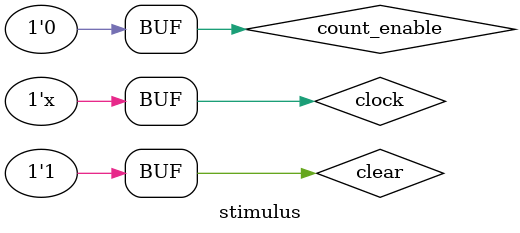
<source format=v>
`timescale 1ns / 1ps
module stimulus;
reg clock, clear, count_enable;
wire [3:0] Q;
counter_4bit c4(clear, clock, count_enable, Q);
initial
clock = 0;
always
#10 clock = ~clock;
initial
begin
$monitor ($time," clear = %b, count_enable = %b, --- Q = %b\n", clear, count_enable, Q);
end
initial
begin
clear = 0; count_enable = 1;
#40 clear = 1;
#360 count_enable = 0;
end
endmodule
</source>
